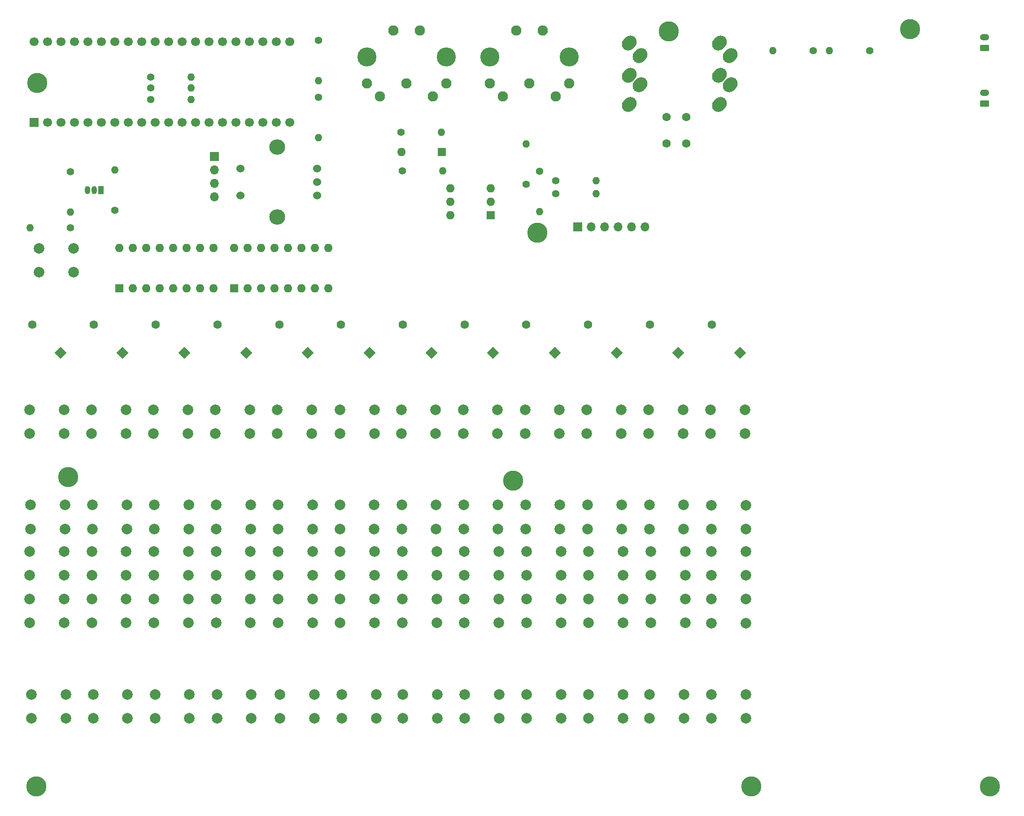
<source format=gbr>
%TF.GenerationSoftware,KiCad,Pcbnew,7.0.2*%
%TF.CreationDate,2023-04-17T18:08:41+09:00*%
%TF.ProjectId,autoharpie,6175746f-6861-4727-9069-652e6b696361,rev?*%
%TF.SameCoordinates,Original*%
%TF.FileFunction,Soldermask,Bot*%
%TF.FilePolarity,Negative*%
%FSLAX46Y46*%
G04 Gerber Fmt 4.6, Leading zero omitted, Abs format (unit mm)*
G04 Created by KiCad (PCBNEW 7.0.2) date 2023-04-17 18:08:41*
%MOMM*%
%LPD*%
G01*
G04 APERTURE LIST*
G04 Aperture macros list*
%AMRoundRect*
0 Rectangle with rounded corners*
0 $1 Rounding radius*
0 $2 $3 $4 $5 $6 $7 $8 $9 X,Y pos of 4 corners*
0 Add a 4 corners polygon primitive as box body*
4,1,4,$2,$3,$4,$5,$6,$7,$8,$9,$2,$3,0*
0 Add four circle primitives for the rounded corners*
1,1,$1+$1,$2,$3*
1,1,$1+$1,$4,$5*
1,1,$1+$1,$6,$7*
1,1,$1+$1,$8,$9*
0 Add four rect primitives between the rounded corners*
20,1,$1+$1,$2,$3,$4,$5,0*
20,1,$1+$1,$4,$5,$6,$7,0*
20,1,$1+$1,$6,$7,$8,$9,0*
20,1,$1+$1,$8,$9,$2,$3,0*%
%AMHorizOval*
0 Thick line with rounded ends*
0 $1 width*
0 $2 $3 position (X,Y) of the first rounded end (center of the circle)*
0 $4 $5 position (X,Y) of the second rounded end (center of the circle)*
0 Add line between two ends*
20,1,$1,$2,$3,$4,$5,0*
0 Add two circle primitives to create the rounded ends*
1,1,$1,$2,$3*
1,1,$1,$4,$5*%
%AMRotRect*
0 Rectangle, with rotation*
0 The origin of the aperture is its center*
0 $1 length*
0 $2 width*
0 $3 Rotation angle, in degrees counterclockwise*
0 Add horizontal line*
21,1,$1,$2,0,0,$3*%
G04 Aperture macros list end*
%ADD10RotRect,1.600000X1.600000X135.000000*%
%ADD11HorizOval,1.600000X0.000000X0.000000X0.000000X0.000000X0*%
%ADD12C,3.800000*%
%ADD13C,1.400000*%
%ADD14O,1.400000X1.400000*%
%ADD15C,2.000000*%
%ADD16HorizOval,2.400000X0.212132X0.212132X-0.212132X-0.212132X0*%
%ADD17C,1.950000*%
%ADD18C,3.600000*%
%ADD19C,1.524000*%
%ADD20O,3.000000X2.900000*%
%ADD21R,1.600000X1.600000*%
%ADD22O,1.600000X1.600000*%
%ADD23R,1.700000X1.700000*%
%ADD24C,1.700000*%
%ADD25C,1.600000*%
%ADD26O,1.700000X1.700000*%
%ADD27R,1.050000X1.500000*%
%ADD28O,1.050000X1.500000*%
%ADD29RoundRect,0.250000X0.625000X-0.350000X0.625000X0.350000X-0.625000X0.350000X-0.625000X-0.350000X0*%
%ADD30O,1.750000X1.200000*%
G04 APERTURE END LIST*
D10*
%TO.C,D4*%
X55613155Y-76123801D03*
D11*
X50225001Y-70735647D03*
%TD*%
D12*
%TO.C,H8*%
X106000000Y-100250000D03*
%TD*%
D13*
%TO.C,R2*%
X114090000Y-43556600D03*
D14*
X121710000Y-43556600D03*
%TD*%
D12*
%TO.C,H7*%
X110600000Y-53400000D03*
%TD*%
D15*
%TO.C,SW14*%
X143294913Y-86853800D03*
X149794913Y-86853800D03*
X143294913Y-91353800D03*
X149794913Y-91353800D03*
%TD*%
%TO.C,SW13*%
X131617633Y-86853800D03*
X138117633Y-86853800D03*
X131617633Y-91353800D03*
X138117633Y-91353800D03*
%TD*%
D16*
%TO.C,J8*%
X130000000Y-25500000D03*
X128000000Y-23700000D03*
X128000000Y-17600000D03*
X130000000Y-20000000D03*
X128000000Y-29200000D03*
%TD*%
D15*
%TO.C,SW54*%
X50120454Y-140600000D03*
X56620454Y-140600000D03*
X50120454Y-145100000D03*
X56620454Y-145100000D03*
%TD*%
D17*
%TO.C,J2*%
X78400000Y-25200000D03*
X85900000Y-25200000D03*
X93400000Y-25200000D03*
X80900000Y-27700000D03*
X90900000Y-27700000D03*
X83400000Y-15200000D03*
X88400000Y-15200000D03*
D18*
X78400000Y-20200000D03*
X93400000Y-20200000D03*
%TD*%
D15*
%TO.C,SW62*%
X143475000Y-140625000D03*
X149975000Y-140625000D03*
X143475000Y-145125000D03*
X149975000Y-145125000D03*
%TD*%
D10*
%TO.C,D7*%
X90590425Y-76123801D03*
D11*
X85202271Y-70735647D03*
%TD*%
D15*
%TO.C,SW34*%
X96834313Y-113600000D03*
X103334313Y-113600000D03*
X96834313Y-118100000D03*
X103334313Y-118100000D03*
%TD*%
%TO.C,SW6*%
X49831816Y-86853800D03*
X56331816Y-86853800D03*
X49831816Y-91353800D03*
X56331816Y-91353800D03*
%TD*%
D13*
%TO.C,R3*%
X114090000Y-46056600D03*
D14*
X121710000Y-46056600D03*
%TD*%
D15*
%TO.C,SW22*%
X96688959Y-104850000D03*
X103188959Y-104850000D03*
X96688959Y-109350000D03*
X103188959Y-109350000D03*
%TD*%
D13*
%TO.C,R13*%
X30850000Y-49185000D03*
D14*
X30850000Y-41565000D03*
%TD*%
D13*
%TO.C,R6*%
X85090000Y-41756600D03*
D14*
X92710000Y-41756600D03*
%TD*%
D12*
%TO.C,H9*%
X22000000Y-99600000D03*
%TD*%
D15*
%TO.C,SW3*%
X14800000Y-86853800D03*
X21300000Y-86853800D03*
X14800000Y-91353800D03*
X21300000Y-91353800D03*
%TD*%
D13*
%TO.C,R5*%
X22435000Y-52475000D03*
D14*
X14815000Y-52475000D03*
%TD*%
D12*
%TO.C,H2*%
X151000000Y-158000000D03*
%TD*%
D19*
%TO.C,SW2*%
X69025000Y-46350000D03*
X69025000Y-41350000D03*
X69025000Y-43850000D03*
X54525000Y-46350000D03*
X54525000Y-41350000D03*
D20*
X61525000Y-50450000D03*
X61525000Y-37250000D03*
%TD*%
D15*
%TO.C,SW53*%
X38438636Y-140600000D03*
X44938636Y-140600000D03*
X38438636Y-145100000D03*
X44938636Y-145100000D03*
%TD*%
%TO.C,SW48*%
X120279865Y-122600000D03*
X126779865Y-122600000D03*
X120279865Y-127100000D03*
X126779865Y-127100000D03*
%TD*%
%TO.C,SW5*%
X38154544Y-86853800D03*
X44654544Y-86853800D03*
X38154544Y-91353800D03*
X44654544Y-91353800D03*
%TD*%
D10*
%TO.C,D1*%
X20635885Y-76123801D03*
D11*
X15247731Y-70735647D03*
%TD*%
D15*
%TO.C,SW57*%
X85219355Y-140600000D03*
X91719355Y-140600000D03*
X85219355Y-145100000D03*
X91719355Y-145100000D03*
%TD*%
%TO.C,SW51*%
X15075000Y-140600000D03*
X21575000Y-140600000D03*
X15075000Y-145100000D03*
X21575000Y-145100000D03*
%TD*%
%TO.C,SW35*%
X108557072Y-113600000D03*
X115057072Y-113600000D03*
X108557072Y-118100000D03*
X115057072Y-118100000D03*
%TD*%
%TO.C,SW60*%
X120264809Y-140600000D03*
X126764809Y-140600000D03*
X120264809Y-145100000D03*
X126764809Y-145100000D03*
%TD*%
D10*
%TO.C,D6*%
X78931335Y-76123801D03*
D11*
X73543181Y-70735647D03*
%TD*%
D21*
%TO.C,D14*%
X92560000Y-38156600D03*
D22*
X84940000Y-38156600D03*
%TD*%
D10*
%TO.C,D9*%
X113908605Y-76123801D03*
D11*
X108520451Y-70735647D03*
%TD*%
D15*
%TO.C,SW21*%
X85007141Y-104850000D03*
X91507141Y-104850000D03*
X85007141Y-109350000D03*
X91507141Y-109350000D03*
%TD*%
%TO.C,SW46*%
X96834411Y-122600000D03*
X103334411Y-122600000D03*
X96834411Y-127100000D03*
X103334411Y-127100000D03*
%TD*%
D12*
%TO.C,H3*%
X196000000Y-158000000D03*
%TD*%
D15*
%TO.C,SW26*%
X143475000Y-104875000D03*
X149975000Y-104875000D03*
X143475000Y-109375000D03*
X149975000Y-109375000D03*
%TD*%
%TO.C,SW45*%
X85111684Y-122600000D03*
X91611684Y-122600000D03*
X85111684Y-127100000D03*
X91611684Y-127100000D03*
%TD*%
%TO.C,SW28*%
X26497759Y-113600000D03*
X32997759Y-113600000D03*
X26497759Y-118100000D03*
X32997759Y-118100000D03*
%TD*%
D13*
%TO.C,R9*%
X111000000Y-41790000D03*
D14*
X111000000Y-49410000D03*
%TD*%
D23*
%TO.C,U2*%
X15640000Y-32603800D03*
D24*
X18180000Y-32603800D03*
X20720000Y-32603800D03*
X23260000Y-32603800D03*
X25800000Y-32603800D03*
X28340000Y-32603800D03*
X30880000Y-32603800D03*
X33420000Y-32603800D03*
X35960000Y-32603800D03*
X38500000Y-32603800D03*
X41040000Y-32603800D03*
X43580000Y-32603800D03*
X46120000Y-32603800D03*
X48660000Y-32603800D03*
X51200000Y-32603800D03*
X53740000Y-32603800D03*
X56280000Y-32603800D03*
X58820000Y-32603800D03*
X61360000Y-32603800D03*
X63900000Y-32603800D03*
X63900000Y-17363800D03*
X61360000Y-17363800D03*
X58820000Y-17363800D03*
X56280000Y-17363800D03*
X53740000Y-17363800D03*
X51200000Y-17363800D03*
X48660000Y-17363800D03*
X46120000Y-17363800D03*
X43580000Y-17363800D03*
X41040000Y-17363800D03*
X38500000Y-17363800D03*
X35960000Y-17363800D03*
X33420000Y-17363800D03*
X30880000Y-17363800D03*
X28340000Y-17363800D03*
X25800000Y-17363800D03*
X23260000Y-17363800D03*
X20720000Y-17363800D03*
X18180000Y-17363800D03*
X15640000Y-17363800D03*
%TD*%
D25*
%TO.C,C42*%
X135000000Y-31575000D03*
X135000000Y-36575000D03*
%TD*%
D15*
%TO.C,SW9*%
X84917079Y-86853800D03*
X91417079Y-86853800D03*
X84917079Y-91353800D03*
X91417079Y-91353800D03*
%TD*%
%TO.C,SW50*%
X143475000Y-122625000D03*
X149975000Y-122625000D03*
X143475000Y-127125000D03*
X149975000Y-127125000D03*
%TD*%
D13*
%TO.C,R11*%
X37590000Y-26056600D03*
D14*
X45210000Y-26056600D03*
%TD*%
D10*
%TO.C,D8*%
X102249515Y-76123801D03*
D11*
X96861361Y-70735647D03*
%TD*%
D15*
%TO.C,SW41*%
X38220776Y-122600000D03*
X44720776Y-122600000D03*
X38220776Y-127100000D03*
X44720776Y-127100000D03*
%TD*%
%TO.C,SW47*%
X108557138Y-122600000D03*
X115057138Y-122600000D03*
X108557138Y-127100000D03*
X115057138Y-127100000D03*
%TD*%
%TO.C,SW59*%
X108582991Y-140600000D03*
X115082991Y-140600000D03*
X108582991Y-145100000D03*
X115082991Y-145100000D03*
%TD*%
%TO.C,SW27*%
X14775000Y-113600000D03*
X21275000Y-113600000D03*
X14775000Y-118100000D03*
X21275000Y-118100000D03*
%TD*%
%TO.C,SW17*%
X38279869Y-104850000D03*
X44779869Y-104850000D03*
X38279869Y-109350000D03*
X44779869Y-109350000D03*
%TD*%
D13*
%TO.C,R10*%
X37590000Y-24056600D03*
D14*
X45210000Y-24056600D03*
%TD*%
D23*
%TO.C,J4*%
X49600000Y-39016600D03*
D26*
X49600000Y-41556600D03*
X49600000Y-44096600D03*
X49600000Y-46636600D03*
%TD*%
D15*
%TO.C,SW16*%
X26598051Y-104850000D03*
X33098051Y-104850000D03*
X26598051Y-109350000D03*
X33098051Y-109350000D03*
%TD*%
%TO.C,SW8*%
X73386714Y-86853800D03*
X79886714Y-86853800D03*
X73386714Y-91353800D03*
X79886714Y-91353800D03*
%TD*%
%TO.C,SW31*%
X61666036Y-113600000D03*
X68166036Y-113600000D03*
X61666036Y-118100000D03*
X68166036Y-118100000D03*
%TD*%
D16*
%TO.C,J6*%
X147000000Y-25500000D03*
X145000000Y-23700000D03*
X145000000Y-17600000D03*
X147000000Y-20000000D03*
X145000000Y-29200000D03*
%TD*%
D10*
%TO.C,D3*%
X43954065Y-76123801D03*
D11*
X38565911Y-70735647D03*
%TD*%
D15*
%TO.C,SW30*%
X49943277Y-113600000D03*
X56443277Y-113600000D03*
X49943277Y-118100000D03*
X56443277Y-118100000D03*
%TD*%
D13*
%TO.C,R16*%
X162700000Y-19056600D03*
D14*
X155080000Y-19056600D03*
%TD*%
D15*
%TO.C,SW11*%
X108275000Y-86850000D03*
X114775000Y-86850000D03*
X108275000Y-91350000D03*
X114775000Y-91350000D03*
%TD*%
%TO.C,SW33*%
X85111554Y-113600000D03*
X91611554Y-113600000D03*
X85111554Y-118100000D03*
X91611554Y-118100000D03*
%TD*%
%TO.C,SW25*%
X131734415Y-104850000D03*
X138234415Y-104850000D03*
X131734415Y-109350000D03*
X138234415Y-109350000D03*
%TD*%
%TO.C,SW10*%
X96594351Y-86853800D03*
X103094351Y-86853800D03*
X96594351Y-91353800D03*
X103094351Y-91353800D03*
%TD*%
%TO.C,SW1*%
X23025000Y-60875000D03*
X16525000Y-60875000D03*
X23025000Y-56375000D03*
X16525000Y-56375000D03*
%TD*%
D25*
%TO.C,C41*%
X138700000Y-31550000D03*
X138700000Y-36550000D03*
%TD*%
D27*
%TO.C,Q1*%
X28220000Y-45365000D03*
D28*
X26950000Y-45365000D03*
X25680000Y-45365000D03*
%TD*%
D15*
%TO.C,SW36*%
X120279831Y-113600000D03*
X126779831Y-113600000D03*
X120279831Y-118100000D03*
X126779831Y-118100000D03*
%TD*%
D29*
%TO.C,J7*%
X195050000Y-18500000D03*
D30*
X195050000Y-16500000D03*
%TD*%
D15*
%TO.C,SW20*%
X73325323Y-104850000D03*
X79825323Y-104850000D03*
X73325323Y-109350000D03*
X79825323Y-109350000D03*
%TD*%
%TO.C,SW56*%
X73684444Y-140600000D03*
X80184444Y-140600000D03*
X73684444Y-145100000D03*
X80184444Y-145100000D03*
%TD*%
%TO.C,SW58*%
X96901173Y-140600000D03*
X103401173Y-140600000D03*
X96901173Y-145100000D03*
X103401173Y-145100000D03*
%TD*%
D13*
%TO.C,R7*%
X84890000Y-34456600D03*
D14*
X92510000Y-34456600D03*
%TD*%
D13*
%TO.C,R12*%
X37590000Y-28276600D03*
D14*
X45210000Y-28276600D03*
%TD*%
D13*
%TO.C,R1*%
X69260000Y-17056600D03*
D14*
X69260000Y-24676600D03*
%TD*%
D15*
%TO.C,SW18*%
X49961687Y-104850000D03*
X56461687Y-104850000D03*
X49961687Y-109350000D03*
X56461687Y-109350000D03*
%TD*%
%TO.C,SW19*%
X61643505Y-104850000D03*
X68143505Y-104850000D03*
X61643505Y-109350000D03*
X68143505Y-109350000D03*
%TD*%
%TO.C,SW23*%
X108370777Y-104850000D03*
X114870777Y-104850000D03*
X108370777Y-109350000D03*
X114870777Y-109350000D03*
%TD*%
D13*
%TO.C,R4*%
X69260000Y-27853800D03*
D14*
X69260000Y-35473800D03*
%TD*%
D10*
%TO.C,D5*%
X67272245Y-76123801D03*
D11*
X61884091Y-70735647D03*
%TD*%
D15*
%TO.C,SW12*%
X119940361Y-86853800D03*
X126440361Y-86853800D03*
X119940361Y-91353800D03*
X126440361Y-91353800D03*
%TD*%
D23*
%TO.C,J5*%
X118200000Y-52356600D03*
D26*
X120740000Y-52356600D03*
X123280000Y-52356600D03*
X125820000Y-52356600D03*
X128360000Y-52356600D03*
X130900000Y-52356600D03*
%TD*%
D15*
%TO.C,SW39*%
X14775322Y-122600000D03*
X21275322Y-122600000D03*
X14775322Y-127100000D03*
X21275322Y-127100000D03*
%TD*%
%TO.C,SW29*%
X38220518Y-113600000D03*
X44720518Y-113600000D03*
X38220518Y-118100000D03*
X44720518Y-118100000D03*
%TD*%
D10*
%TO.C,D12*%
X148885885Y-76123801D03*
D11*
X143497731Y-70735647D03*
%TD*%
D15*
%TO.C,SW32*%
X73388795Y-113600000D03*
X79888795Y-113600000D03*
X73388795Y-118100000D03*
X79888795Y-118100000D03*
%TD*%
D12*
%TO.C,H5*%
X135400000Y-15400000D03*
%TD*%
D15*
%TO.C,SW7*%
X61509088Y-86853800D03*
X68009088Y-86853800D03*
X61509088Y-91353800D03*
X68009088Y-91353800D03*
%TD*%
D10*
%TO.C,D2*%
X32294975Y-76123801D03*
D11*
X26906821Y-70735647D03*
%TD*%
D13*
%TO.C,R14*%
X22500000Y-41940000D03*
D14*
X22500000Y-49560000D03*
%TD*%
D15*
%TO.C,SW42*%
X49943503Y-122600000D03*
X56443503Y-122600000D03*
X49943503Y-127100000D03*
X56443503Y-127100000D03*
%TD*%
D21*
%TO.C,U1*%
X31660000Y-63953800D03*
D22*
X34200000Y-63953800D03*
X36740000Y-63953800D03*
X39280000Y-63953800D03*
X41820000Y-63953800D03*
X44360000Y-63953800D03*
X46900000Y-63953800D03*
X49440000Y-63953800D03*
X49440000Y-56333800D03*
X46900000Y-56333800D03*
X44360000Y-56333800D03*
X41820000Y-56333800D03*
X39280000Y-56333800D03*
X36740000Y-56333800D03*
X34200000Y-56333800D03*
X31660000Y-56333800D03*
%TD*%
D15*
%TO.C,SW15*%
X14916233Y-104850000D03*
X21416233Y-104850000D03*
X14916233Y-109350000D03*
X21416233Y-109350000D03*
%TD*%
%TO.C,SW40*%
X26498049Y-122600000D03*
X32998049Y-122600000D03*
X26498049Y-127100000D03*
X32998049Y-127100000D03*
%TD*%
D12*
%TO.C,H4*%
X181000000Y-15000000D03*
%TD*%
D15*
%TO.C,SW52*%
X26756818Y-140600000D03*
X33256818Y-140600000D03*
X26756818Y-145100000D03*
X33256818Y-145100000D03*
%TD*%
D29*
%TO.C,J1*%
X195050000Y-29000000D03*
D30*
X195050000Y-27000000D03*
%TD*%
D21*
%TO.C,U3*%
X53360000Y-63903800D03*
D22*
X55900000Y-63903800D03*
X58440000Y-63903800D03*
X60980000Y-63903800D03*
X63520000Y-63903800D03*
X66060000Y-63903800D03*
X68600000Y-63903800D03*
X71140000Y-63903800D03*
X71140000Y-56283800D03*
X68600000Y-56283800D03*
X66060000Y-56283800D03*
X63520000Y-56283800D03*
X60980000Y-56283800D03*
X58440000Y-56283800D03*
X55900000Y-56283800D03*
X53360000Y-56283800D03*
%TD*%
D10*
%TO.C,D11*%
X137226785Y-76123801D03*
D11*
X131838631Y-70735647D03*
%TD*%
D17*
%TO.C,J3*%
X101600000Y-25200000D03*
X109100000Y-25200000D03*
X116600000Y-25200000D03*
X104100000Y-27700000D03*
X114100000Y-27700000D03*
X106600000Y-15200000D03*
X111600000Y-15200000D03*
D18*
X101600000Y-20200000D03*
X116600000Y-20200000D03*
%TD*%
D15*
%TO.C,SW43*%
X61666230Y-122600000D03*
X68166230Y-122600000D03*
X61666230Y-127100000D03*
X68166230Y-127100000D03*
%TD*%
%TO.C,SW44*%
X73388957Y-122600000D03*
X79888957Y-122600000D03*
X73388957Y-127100000D03*
X79888957Y-127100000D03*
%TD*%
%TO.C,SW38*%
X143475000Y-113625000D03*
X149975000Y-113625000D03*
X143475000Y-118125000D03*
X149975000Y-118125000D03*
%TD*%
D13*
%TO.C,R8*%
X108500000Y-44266600D03*
D14*
X108500000Y-36646600D03*
%TD*%
D15*
%TO.C,SW4*%
X26477272Y-86853800D03*
X32977272Y-86853800D03*
X26477272Y-91353800D03*
X32977272Y-91353800D03*
%TD*%
D13*
%TO.C,R15*%
X173310000Y-19056600D03*
D14*
X165690000Y-19056600D03*
%TD*%
D21*
%TO.C,U6*%
X101820000Y-50080000D03*
D22*
X101820000Y-47540000D03*
X101820000Y-45000000D03*
X94200000Y-45000000D03*
X94200000Y-47540000D03*
X94200000Y-50080000D03*
%TD*%
D15*
%TO.C,SW37*%
X132002595Y-113600000D03*
X138502595Y-113600000D03*
X132002595Y-118100000D03*
X138502595Y-118100000D03*
%TD*%
%TO.C,SW61*%
X131808536Y-140600000D03*
X138308536Y-140600000D03*
X131808536Y-145100000D03*
X138308536Y-145100000D03*
%TD*%
%TO.C,SW24*%
X120052595Y-104850000D03*
X126552595Y-104850000D03*
X120052595Y-109350000D03*
X126552595Y-109350000D03*
%TD*%
D12*
%TO.C,H1*%
X16000000Y-158000000D03*
%TD*%
D15*
%TO.C,SW55*%
X62002626Y-140600000D03*
X68502626Y-140600000D03*
X62002626Y-145100000D03*
X68502626Y-145100000D03*
%TD*%
D12*
%TO.C,H6*%
X16200000Y-25100000D03*
%TD*%
D10*
%TO.C,D10*%
X125567695Y-76123801D03*
D11*
X120179541Y-70735647D03*
%TD*%
D15*
%TO.C,SW49*%
X132002595Y-122600000D03*
X138502595Y-122600000D03*
X132002595Y-127100000D03*
X138502595Y-127100000D03*
%TD*%
M02*

</source>
